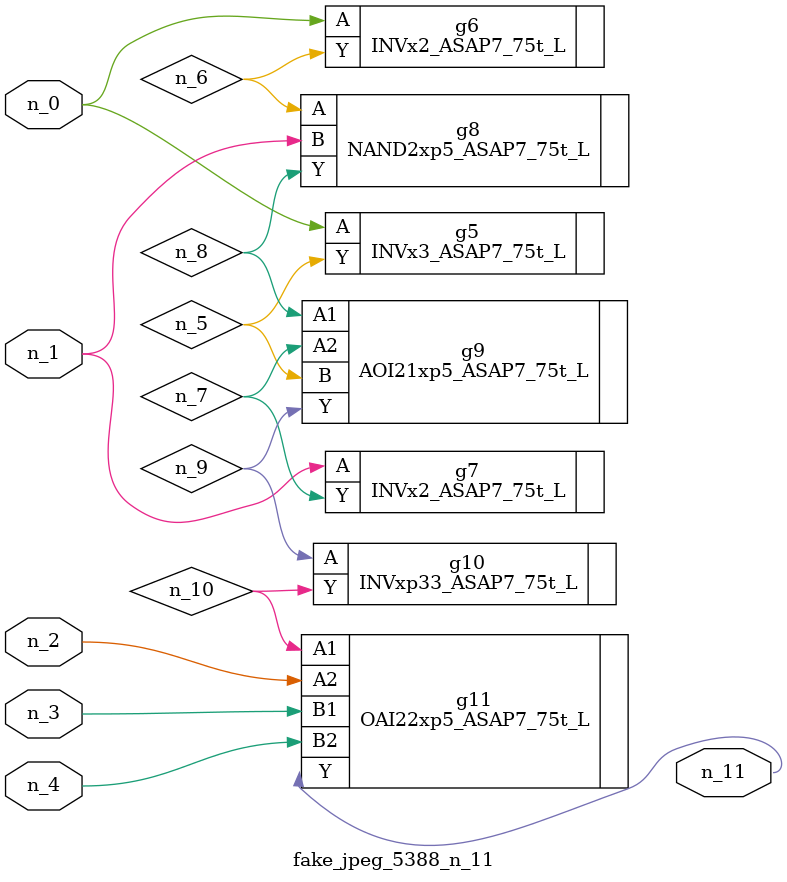
<source format=v>
module fake_jpeg_5388_n_11 (n_3, n_2, n_1, n_0, n_4, n_11);

input n_3;
input n_2;
input n_1;
input n_0;
input n_4;

output n_11;

wire n_10;
wire n_8;
wire n_9;
wire n_6;
wire n_5;
wire n_7;

INVx3_ASAP7_75t_L g5 ( 
.A(n_0),
.Y(n_5)
);

INVx2_ASAP7_75t_L g6 ( 
.A(n_0),
.Y(n_6)
);

INVx2_ASAP7_75t_L g7 ( 
.A(n_1),
.Y(n_7)
);

NAND2xp5_ASAP7_75t_L g8 ( 
.A(n_6),
.B(n_1),
.Y(n_8)
);

AOI21xp5_ASAP7_75t_L g9 ( 
.A1(n_8),
.A2(n_7),
.B(n_5),
.Y(n_9)
);

INVxp33_ASAP7_75t_L g10 ( 
.A(n_9),
.Y(n_10)
);

OAI22xp5_ASAP7_75t_L g11 ( 
.A1(n_10),
.A2(n_2),
.B1(n_3),
.B2(n_4),
.Y(n_11)
);


endmodule
</source>
